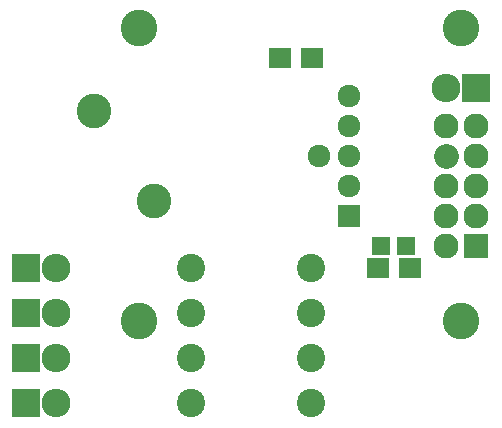
<source format=gts>
G04 #@! TF.FileFunction,Soldermask,Top*
%FSLAX46Y46*%
G04 Gerber Fmt 4.6, Leading zero omitted, Abs format (unit mm)*
G04 Created by KiCad (PCBNEW 4.0.1-stable) date 3/24/2016 2:30:21 AM*
%MOMM*%
G01*
G04 APERTURE LIST*
%ADD10C,0.200000*%
%ADD11C,3.100000*%
%ADD12C,1.924000*%
%ADD13R,1.924000X1.924000*%
%ADD14C,2.940000*%
%ADD15R,1.900000X1.700000*%
%ADD16R,2.432000X2.432000*%
%ADD17O,2.432000X2.432000*%
%ADD18R,2.127200X2.127200*%
%ADD19O,2.127200X2.127200*%
%ADD20C,2.127200*%
%ADD21C,2.398980*%
%ADD22R,1.598880X1.598880*%
G04 APERTURE END LIST*
D10*
D11*
X139065000Y-109855000D03*
X166370000Y-109855000D03*
X166370000Y-85090000D03*
D12*
X154305000Y-95885000D03*
D13*
X156845000Y-100965000D03*
D12*
X156845000Y-98425000D03*
X156845000Y-95885000D03*
X156845000Y-93345000D03*
X156845000Y-90805000D03*
D14*
X135255000Y-92075000D03*
X140335000Y-99695000D03*
D15*
X153750000Y-87630000D03*
X151050000Y-87630000D03*
D16*
X129540000Y-116840000D03*
D17*
X132080000Y-116840000D03*
D16*
X129540000Y-113030000D03*
D17*
X132080000Y-113030000D03*
D16*
X129540000Y-109220000D03*
D17*
X132080000Y-109220000D03*
D16*
X129540000Y-105410000D03*
D17*
X132080000Y-105410000D03*
D18*
X167640000Y-103505000D03*
D19*
X165100000Y-103505000D03*
X167640000Y-100965000D03*
X165100000Y-100965000D03*
X167640000Y-98425000D03*
X165100000Y-98425000D03*
X167640000Y-95885000D03*
D20*
X165100000Y-95885000D02*
X165100000Y-95885000D01*
D19*
X167640000Y-93345000D03*
X165100000Y-93345000D03*
D16*
X167640000Y-90170000D03*
D17*
X165100000Y-90170000D03*
D21*
X143510000Y-116840000D03*
X153670000Y-116840000D03*
X143510000Y-113030000D03*
X153670000Y-113030000D03*
X143510000Y-109220000D03*
X153670000Y-109220000D03*
X143510000Y-105410000D03*
X153670000Y-105410000D03*
D11*
X139065000Y-85090000D03*
D22*
X159605980Y-103505000D03*
X161704020Y-103505000D03*
D15*
X162005000Y-105410000D03*
X159305000Y-105410000D03*
M02*

</source>
